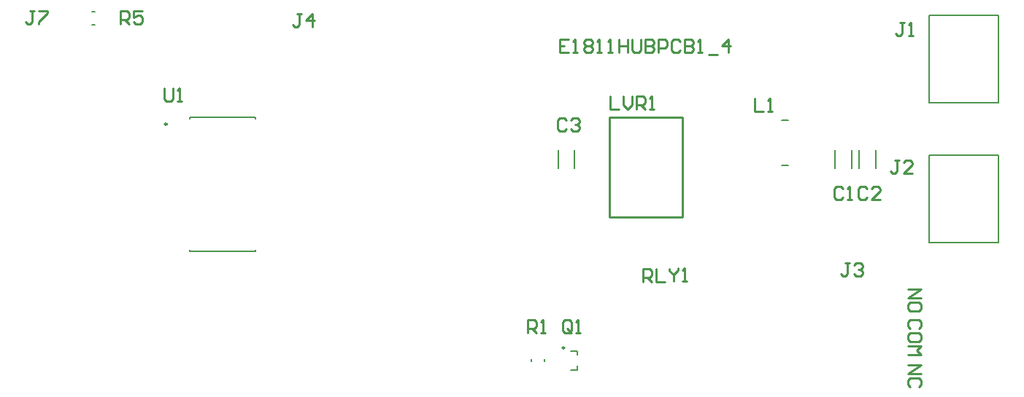
<source format=gto>
G04*
G04 #@! TF.GenerationSoftware,Altium Limited,Altium Designer,21.7.2 (23)*
G04*
G04 Layer_Color=65535*
%FSLAX25Y25*%
%MOIN*%
G70*
G04*
G04 #@! TF.SameCoordinates,A3CC0EF7-59E5-4A17-9AAF-691C48D25572*
G04*
G04*
G04 #@! TF.FilePolarity,Positive*
G04*
G01*
G75*
%ADD10C,0.00984*%
%ADD11C,0.01000*%
%ADD12C,0.00787*%
%ADD13C,0.00591*%
D10*
X67606Y125000D02*
G03*
X67606Y125000I-492J0D01*
G01*
X249153Y22709D02*
G03*
X249153Y22709I-492J0D01*
G01*
D11*
X303091Y82665D02*
Y128335D01*
X269626D02*
X303091D01*
X269626Y82665D02*
Y128335D01*
Y82665D02*
X303091D01*
X270100Y137798D02*
Y131800D01*
X274099D01*
X276098Y137798D02*
Y133799D01*
X278097Y131800D01*
X280097Y133799D01*
Y137798D01*
X282096Y131800D02*
Y137798D01*
X285095D01*
X286095Y136798D01*
Y134799D01*
X285095Y133799D01*
X282096D01*
X284096D02*
X286095Y131800D01*
X288094D02*
X290093D01*
X289094D01*
Y137798D01*
X288094Y136798D01*
X250999Y163998D02*
X247000D01*
Y158000D01*
X250999D01*
X247000Y160999D02*
X248999D01*
X252998Y158000D02*
X254997D01*
X253998D01*
Y163998D01*
X252998Y162998D01*
X257996D02*
X258996Y163998D01*
X260996D01*
X261995Y162998D01*
Y161998D01*
X260996Y160999D01*
X261995Y159999D01*
Y158999D01*
X260996Y158000D01*
X258996D01*
X257996Y158999D01*
Y159999D01*
X258996Y160999D01*
X257996Y161998D01*
Y162998D01*
X258996Y160999D02*
X260996D01*
X263995Y158000D02*
X265994D01*
X264994D01*
Y163998D01*
X263995Y162998D01*
X268993Y158000D02*
X270992D01*
X269993D01*
Y163998D01*
X268993Y162998D01*
X273991Y163998D02*
Y158000D01*
Y160999D01*
X277990D01*
Y163998D01*
Y158000D01*
X279989Y163998D02*
Y158999D01*
X280989Y158000D01*
X282988D01*
X283988Y158999D01*
Y163998D01*
X285987D02*
Y158000D01*
X288986D01*
X289986Y158999D01*
Y159999D01*
X288986Y160999D01*
X285987D01*
X288986D01*
X289986Y161998D01*
Y162998D01*
X288986Y163998D01*
X285987D01*
X291985Y158000D02*
Y163998D01*
X294985D01*
X295984Y162998D01*
Y160999D01*
X294985Y159999D01*
X291985D01*
X301982Y162998D02*
X300982Y163998D01*
X298983D01*
X297984Y162998D01*
Y158999D01*
X298983Y158000D01*
X300982D01*
X301982Y158999D01*
X303982Y163998D02*
Y158000D01*
X306981D01*
X307980Y158999D01*
Y159999D01*
X306981Y160999D01*
X303982D01*
X306981D01*
X307980Y161998D01*
Y162998D01*
X306981Y163998D01*
X303982D01*
X309980Y158000D02*
X311979D01*
X310979D01*
Y163998D01*
X309980Y162998D01*
X314978Y157000D02*
X318977D01*
X323975Y158000D02*
Y163998D01*
X320976Y160999D01*
X324975D01*
X406000Y49500D02*
X411998D01*
X406000Y45501D01*
X411998D01*
Y40503D02*
Y42502D01*
X410998Y43502D01*
X407000D01*
X406000Y42502D01*
Y40503D01*
X407000Y39503D01*
X410998D01*
X411998Y40503D01*
X410998Y31501D02*
X411998Y32501D01*
Y34500D01*
X410998Y35500D01*
X407000D01*
X406000Y34500D01*
Y32501D01*
X407000Y31501D01*
X411998Y26503D02*
Y28502D01*
X410998Y29502D01*
X407000D01*
X406000Y28502D01*
Y26503D01*
X407000Y25503D01*
X410998D01*
X411998Y26503D01*
X406000Y23504D02*
X411998D01*
X409999Y21505D01*
X411998Y19505D01*
X406000D01*
Y15000D02*
X411998D01*
X406000Y11001D01*
X411998D01*
X410998Y5003D02*
X411998Y6003D01*
Y8002D01*
X410998Y9002D01*
X407000D01*
X406000Y8002D01*
Y6003D01*
X407000Y5003D01*
X66501Y141499D02*
Y136501D01*
X67501Y135501D01*
X69500D01*
X70500Y136501D01*
Y141499D01*
X72499Y135501D02*
X74499D01*
X73499D01*
Y141499D01*
X72499Y140499D01*
X336100Y136898D02*
Y130900D01*
X340099D01*
X342098D02*
X344097D01*
X343098D01*
Y136898D01*
X342098Y135898D01*
X249899Y126698D02*
X248899Y127698D01*
X246900D01*
X245900Y126698D01*
Y122700D01*
X246900Y121700D01*
X248899D01*
X249899Y122700D01*
X251898Y126698D02*
X252898Y127698D01*
X254897D01*
X255897Y126698D01*
Y125699D01*
X254897Y124699D01*
X253897D01*
X254897D01*
X255897Y123699D01*
Y122700D01*
X254897Y121700D01*
X252898D01*
X251898Y122700D01*
X387500Y95499D02*
X386501Y96499D01*
X384501D01*
X383502Y95499D01*
Y91501D01*
X384501Y90501D01*
X386501D01*
X387500Y91501D01*
X393498Y90501D02*
X389500D01*
X393498Y94500D01*
Y95499D01*
X392499Y96499D01*
X390499D01*
X389500Y95499D01*
X376500D02*
X375500Y96499D01*
X373501D01*
X372501Y95499D01*
Y91501D01*
X373501Y90501D01*
X375500D01*
X376500Y91501D01*
X378499Y90501D02*
X380499D01*
X379499D01*
Y96499D01*
X378499Y95499D01*
X128899Y175598D02*
X126899D01*
X127899D01*
Y170600D01*
X126899Y169600D01*
X125900D01*
X124900Y170600D01*
X133897Y169600D02*
Y175598D01*
X130898Y172599D01*
X134897D01*
X402000Y108499D02*
X400001D01*
X401001D01*
Y103501D01*
X400001Y102501D01*
X399001D01*
X398002Y103501D01*
X407998Y102501D02*
X404000D01*
X407998Y106500D01*
Y107499D01*
X406999Y108499D01*
X404999D01*
X404000Y107499D01*
X285012Y52972D02*
X284995Y58970D01*
X287994Y58979D01*
X288996Y57982D01*
X289002Y55983D01*
X288005Y54980D01*
X285006Y54972D01*
X287005Y54977D02*
X289011Y52984D01*
X290993Y58987D02*
X291010Y52990D01*
X295009Y53001D01*
X296991Y59005D02*
X296994Y58005D01*
X298999Y56011D01*
X300992Y58017D01*
X300989Y59016D01*
X298999Y56011D02*
X299007Y53013D01*
X303006Y53024D02*
X305005Y53030D01*
X304006Y53027D01*
X303989Y59025D01*
X302992Y58022D01*
X46502Y171001D02*
Y176999D01*
X49501D01*
X50500Y175999D01*
Y174000D01*
X49501Y173000D01*
X46502D01*
X48501D02*
X50500Y171001D01*
X56498Y176999D02*
X52500D01*
Y174000D01*
X54499Y175000D01*
X55499D01*
X56498Y174000D01*
Y172001D01*
X55499Y171001D01*
X53499D01*
X52500Y172001D01*
X232501Y29501D02*
Y35499D01*
X235500D01*
X236500Y34499D01*
Y32500D01*
X235500Y31500D01*
X232501D01*
X234501D02*
X236500Y29501D01*
X238499D02*
X240499D01*
X239499D01*
Y35499D01*
X238499Y34499D01*
X252500Y30501D02*
Y34499D01*
X251500Y35499D01*
X249501D01*
X248501Y34499D01*
Y30501D01*
X249501Y29501D01*
X251500D01*
X250501Y31500D02*
X252500Y29501D01*
X251500D02*
X252500Y30501D01*
X254499Y29501D02*
X256499D01*
X255499D01*
Y35499D01*
X254499Y34499D01*
X7000Y176999D02*
X5001D01*
X6001D01*
Y172001D01*
X5001Y171001D01*
X4001D01*
X3002Y172001D01*
X9000Y176999D02*
X12998D01*
Y175999D01*
X9000Y172001D01*
Y171001D01*
X379500Y61499D02*
X377501D01*
X378501D01*
Y56501D01*
X377501Y55501D01*
X376501D01*
X375502Y56501D01*
X381500Y60499D02*
X382499Y61499D01*
X384499D01*
X385498Y60499D01*
Y59500D01*
X384499Y58500D01*
X383499D01*
X384499D01*
X385498Y57500D01*
Y56501D01*
X384499Y55501D01*
X382499D01*
X381500Y56501D01*
X404500Y171499D02*
X402501D01*
X403500D01*
Y166501D01*
X402501Y165501D01*
X401501D01*
X400501Y166501D01*
X406499Y165501D02*
X408499D01*
X407499D01*
Y171499D01*
X406499Y170499D01*
D12*
X78039Y127657D02*
Y128209D01*
Y66791D02*
Y67343D01*
Y66791D02*
X107961D01*
Y127657D02*
Y128209D01*
Y66791D02*
Y67343D01*
X78039Y128209D02*
X107961D01*
X391252Y104878D02*
Y113122D01*
X383748Y104878D02*
Y113122D01*
X380252Y104878D02*
Y113122D01*
X372748Y104878D02*
Y113122D01*
X348524Y106264D02*
X351476D01*
X348524Y126736D02*
X351476D01*
X253752Y104878D02*
Y113122D01*
X246248Y104878D02*
Y113122D01*
X415556Y175000D02*
X447445D01*
X415556Y135000D02*
X447445D01*
Y175000D01*
X415556Y135000D02*
Y175000D01*
Y111000D02*
X447445D01*
X415556Y71000D02*
X447445D01*
Y111000D01*
X415556Y71000D02*
Y111000D01*
X255157Y12669D02*
Y14441D01*
X252008Y12669D02*
X255157D01*
Y19559D02*
Y21331D01*
X252008D02*
X255157D01*
D13*
X33409Y176453D02*
X34591D01*
X33409Y170547D02*
X34591D01*
X239953Y16409D02*
Y17591D01*
X234047Y16409D02*
Y17591D01*
M02*

</source>
